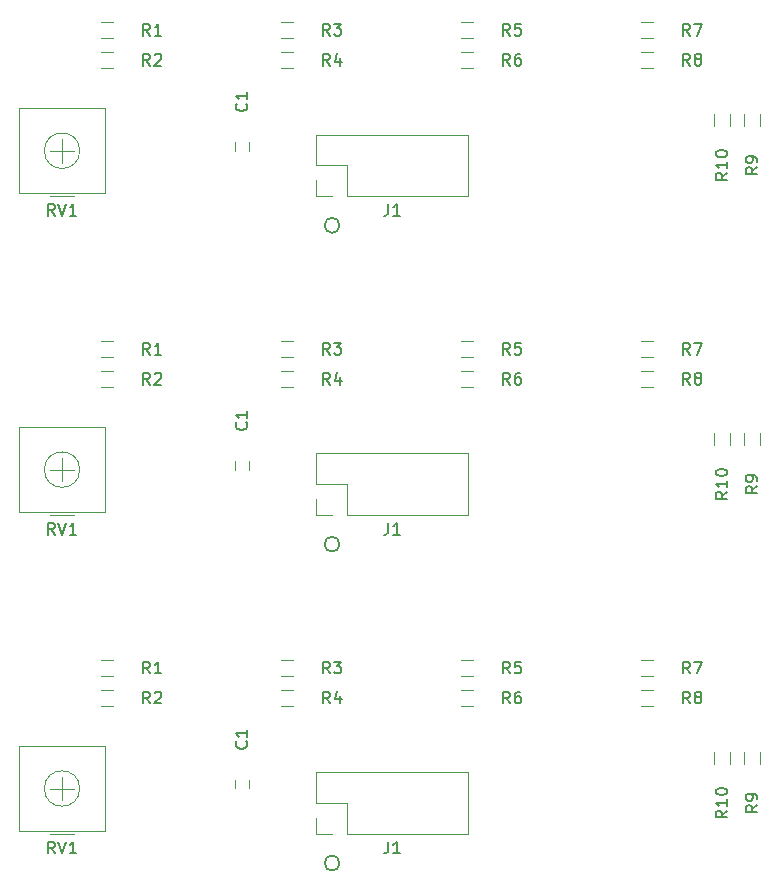
<source format=gbr>
G04 #@! TF.GenerationSoftware,KiCad,Pcbnew,(5.0.2)-1*
G04 #@! TF.CreationDate,2019-08-20T01:58:35+09:00*
G04 #@! TF.ProjectId,robocar-sensorbar-fab,726f626f-6361-4722-9d73-656e736f7262,rev?*
G04 #@! TF.SameCoordinates,Original*
G04 #@! TF.FileFunction,Legend,Top*
G04 #@! TF.FilePolarity,Positive*
%FSLAX46Y46*%
G04 Gerber Fmt 4.6, Leading zero omitted, Abs format (unit mm)*
G04 Created by KiCad (PCBNEW (5.0.2)-1) date 2019/08/20 1:58:35*
%MOMM*%
%LPD*%
G01*
G04 APERTURE LIST*
%ADD10C,0.200000*%
%ADD11C,0.120000*%
%ADD12C,0.150000*%
G04 APERTURE END LIST*
D10*
X143555000Y-136510000D02*
G75*
G03X143555000Y-136510000I-635000J0D01*
G01*
X143555000Y-109510000D02*
G75*
G03X143555000Y-109510000I-635000J0D01*
G01*
X143555000Y-82510000D02*
G75*
G03X143555000Y-82510000I-635000J0D01*
G01*
D11*
G04 #@! TO.C,R9*
X177800000Y-128120000D02*
X177800000Y-127120000D01*
X179160000Y-127120000D02*
X179160000Y-128120000D01*
X177800000Y-101120000D02*
X177800000Y-100120000D01*
X179160000Y-100120000D02*
X179160000Y-101120000D01*
G04 #@! TO.C,RV1*
X121560000Y-130200000D02*
G75*
G03X121560000Y-130200000I-1500000J0D01*
G01*
X123680000Y-133820000D02*
X123680000Y-126580000D01*
X123680000Y-126580000D02*
X116440000Y-126580000D01*
X116440000Y-126580000D02*
X116440000Y-133820000D01*
X116440000Y-133820000D02*
X123680000Y-133820000D01*
X121060000Y-134060000D02*
X119060000Y-134060000D01*
X120060000Y-131200000D02*
X120060000Y-129200000D01*
X121060000Y-130200000D02*
X119060000Y-130200000D01*
X121560000Y-103200000D02*
G75*
G03X121560000Y-103200000I-1500000J0D01*
G01*
X123680000Y-106820000D02*
X123680000Y-99580000D01*
X123680000Y-99580000D02*
X116440000Y-99580000D01*
X116440000Y-99580000D02*
X116440000Y-106820000D01*
X116440000Y-106820000D02*
X123680000Y-106820000D01*
X121060000Y-107060000D02*
X119060000Y-107060000D01*
X120060000Y-104200000D02*
X120060000Y-102200000D01*
X121060000Y-103200000D02*
X119060000Y-103200000D01*
G04 #@! TO.C,R10*
X176620000Y-127120000D02*
X176620000Y-128120000D01*
X175260000Y-128120000D02*
X175260000Y-127120000D01*
X176620000Y-100120000D02*
X176620000Y-101120000D01*
X175260000Y-101120000D02*
X175260000Y-100120000D01*
G04 #@! TO.C,J1*
X154410000Y-134030000D02*
X154410000Y-128830000D01*
X144190000Y-134030000D02*
X154410000Y-134030000D01*
X141590000Y-128830000D02*
X154410000Y-128830000D01*
X144190000Y-134030000D02*
X144190000Y-131430000D01*
X144190000Y-131430000D02*
X141590000Y-131430000D01*
X141590000Y-131430000D02*
X141590000Y-128830000D01*
X142920000Y-134030000D02*
X141590000Y-134030000D01*
X141590000Y-134030000D02*
X141590000Y-132700000D01*
X154410000Y-107030000D02*
X154410000Y-101830000D01*
X144190000Y-107030000D02*
X154410000Y-107030000D01*
X141590000Y-101830000D02*
X154410000Y-101830000D01*
X144190000Y-107030000D02*
X144190000Y-104430000D01*
X144190000Y-104430000D02*
X141590000Y-104430000D01*
X141590000Y-104430000D02*
X141590000Y-101830000D01*
X142920000Y-107030000D02*
X141590000Y-107030000D01*
X141590000Y-107030000D02*
X141590000Y-105700000D01*
G04 #@! TO.C,R7*
X170090000Y-120680000D02*
X169090000Y-120680000D01*
X169090000Y-119320000D02*
X170090000Y-119320000D01*
X170090000Y-93680000D02*
X169090000Y-93680000D01*
X169090000Y-92320000D02*
X170090000Y-92320000D01*
G04 #@! TO.C,R6*
X153850000Y-121860000D02*
X154850000Y-121860000D01*
X154850000Y-123220000D02*
X153850000Y-123220000D01*
X153850000Y-94860000D02*
X154850000Y-94860000D01*
X154850000Y-96220000D02*
X153850000Y-96220000D01*
G04 #@! TO.C,R5*
X154850000Y-120680000D02*
X153850000Y-120680000D01*
X153850000Y-119320000D02*
X154850000Y-119320000D01*
X154850000Y-93680000D02*
X153850000Y-93680000D01*
X153850000Y-92320000D02*
X154850000Y-92320000D01*
G04 #@! TO.C,R4*
X139610000Y-123220000D02*
X138610000Y-123220000D01*
X138610000Y-121860000D02*
X139610000Y-121860000D01*
X139610000Y-96220000D02*
X138610000Y-96220000D01*
X138610000Y-94860000D02*
X139610000Y-94860000D01*
G04 #@! TO.C,R3*
X138610000Y-119320000D02*
X139610000Y-119320000D01*
X139610000Y-120680000D02*
X138610000Y-120680000D01*
X138610000Y-92320000D02*
X139610000Y-92320000D01*
X139610000Y-93680000D02*
X138610000Y-93680000D01*
G04 #@! TO.C,R2*
X124370000Y-123220000D02*
X123370000Y-123220000D01*
X123370000Y-121860000D02*
X124370000Y-121860000D01*
X124370000Y-96220000D02*
X123370000Y-96220000D01*
X123370000Y-94860000D02*
X124370000Y-94860000D01*
G04 #@! TO.C,R1*
X123370000Y-119320000D02*
X124370000Y-119320000D01*
X124370000Y-120680000D02*
X123370000Y-120680000D01*
X123370000Y-92320000D02*
X124370000Y-92320000D01*
X124370000Y-93680000D02*
X123370000Y-93680000D01*
G04 #@! TO.C,C1*
X135900000Y-129495000D02*
X135900000Y-130195000D01*
X134700000Y-130195000D02*
X134700000Y-129495000D01*
X135900000Y-102495000D02*
X135900000Y-103195000D01*
X134700000Y-103195000D02*
X134700000Y-102495000D01*
G04 #@! TO.C,R8*
X169090000Y-121860000D02*
X170090000Y-121860000D01*
X170090000Y-123220000D02*
X169090000Y-123220000D01*
X169090000Y-94860000D02*
X170090000Y-94860000D01*
X170090000Y-96220000D02*
X169090000Y-96220000D01*
G04 #@! TO.C,C1*
X134700000Y-76195000D02*
X134700000Y-75495000D01*
X135900000Y-75495000D02*
X135900000Y-76195000D01*
G04 #@! TO.C,R1*
X124370000Y-66680000D02*
X123370000Y-66680000D01*
X123370000Y-65320000D02*
X124370000Y-65320000D01*
G04 #@! TO.C,R2*
X123370000Y-67860000D02*
X124370000Y-67860000D01*
X124370000Y-69220000D02*
X123370000Y-69220000D01*
G04 #@! TO.C,R3*
X139610000Y-66680000D02*
X138610000Y-66680000D01*
X138610000Y-65320000D02*
X139610000Y-65320000D01*
G04 #@! TO.C,R4*
X138610000Y-67860000D02*
X139610000Y-67860000D01*
X139610000Y-69220000D02*
X138610000Y-69220000D01*
G04 #@! TO.C,R5*
X153850000Y-65320000D02*
X154850000Y-65320000D01*
X154850000Y-66680000D02*
X153850000Y-66680000D01*
G04 #@! TO.C,R6*
X154850000Y-69220000D02*
X153850000Y-69220000D01*
X153850000Y-67860000D02*
X154850000Y-67860000D01*
G04 #@! TO.C,R7*
X169090000Y-65320000D02*
X170090000Y-65320000D01*
X170090000Y-66680000D02*
X169090000Y-66680000D01*
G04 #@! TO.C,R8*
X170090000Y-69220000D02*
X169090000Y-69220000D01*
X169090000Y-67860000D02*
X170090000Y-67860000D01*
G04 #@! TO.C,R9*
X179160000Y-73120000D02*
X179160000Y-74120000D01*
X177800000Y-74120000D02*
X177800000Y-73120000D01*
G04 #@! TO.C,R10*
X175260000Y-74120000D02*
X175260000Y-73120000D01*
X176620000Y-73120000D02*
X176620000Y-74120000D01*
G04 #@! TO.C,J1*
X141590000Y-80030000D02*
X141590000Y-78700000D01*
X142920000Y-80030000D02*
X141590000Y-80030000D01*
X141590000Y-77430000D02*
X141590000Y-74830000D01*
X144190000Y-77430000D02*
X141590000Y-77430000D01*
X144190000Y-80030000D02*
X144190000Y-77430000D01*
X141590000Y-74830000D02*
X154410000Y-74830000D01*
X144190000Y-80030000D02*
X154410000Y-80030000D01*
X154410000Y-80030000D02*
X154410000Y-74830000D01*
G04 #@! TO.C,RV1*
X121060000Y-76200000D02*
X119060000Y-76200000D01*
X120060000Y-77200000D02*
X120060000Y-75200000D01*
X121060000Y-80060000D02*
X119060000Y-80060000D01*
X116440000Y-79820000D02*
X123680000Y-79820000D01*
X116440000Y-72580000D02*
X116440000Y-79820000D01*
X123680000Y-72580000D02*
X116440000Y-72580000D01*
X123680000Y-79820000D02*
X123680000Y-72580000D01*
X121560000Y-76200000D02*
G75*
G03X121560000Y-76200000I-1500000J0D01*
G01*
G04 #@! TO.C,R9*
D12*
X178932380Y-131596666D02*
X178456190Y-131930000D01*
X178932380Y-132168095D02*
X177932380Y-132168095D01*
X177932380Y-131787142D01*
X177980000Y-131691904D01*
X178027619Y-131644285D01*
X178122857Y-131596666D01*
X178265714Y-131596666D01*
X178360952Y-131644285D01*
X178408571Y-131691904D01*
X178456190Y-131787142D01*
X178456190Y-132168095D01*
X178932380Y-131120476D02*
X178932380Y-130930000D01*
X178884761Y-130834761D01*
X178837142Y-130787142D01*
X178694285Y-130691904D01*
X178503809Y-130644285D01*
X178122857Y-130644285D01*
X178027619Y-130691904D01*
X177980000Y-130739523D01*
X177932380Y-130834761D01*
X177932380Y-131025238D01*
X177980000Y-131120476D01*
X178027619Y-131168095D01*
X178122857Y-131215714D01*
X178360952Y-131215714D01*
X178456190Y-131168095D01*
X178503809Y-131120476D01*
X178551428Y-131025238D01*
X178551428Y-130834761D01*
X178503809Y-130739523D01*
X178456190Y-130691904D01*
X178360952Y-130644285D01*
X178932380Y-104596666D02*
X178456190Y-104930000D01*
X178932380Y-105168095D02*
X177932380Y-105168095D01*
X177932380Y-104787142D01*
X177980000Y-104691904D01*
X178027619Y-104644285D01*
X178122857Y-104596666D01*
X178265714Y-104596666D01*
X178360952Y-104644285D01*
X178408571Y-104691904D01*
X178456190Y-104787142D01*
X178456190Y-105168095D01*
X178932380Y-104120476D02*
X178932380Y-103930000D01*
X178884761Y-103834761D01*
X178837142Y-103787142D01*
X178694285Y-103691904D01*
X178503809Y-103644285D01*
X178122857Y-103644285D01*
X178027619Y-103691904D01*
X177980000Y-103739523D01*
X177932380Y-103834761D01*
X177932380Y-104025238D01*
X177980000Y-104120476D01*
X178027619Y-104168095D01*
X178122857Y-104215714D01*
X178360952Y-104215714D01*
X178456190Y-104168095D01*
X178503809Y-104120476D01*
X178551428Y-104025238D01*
X178551428Y-103834761D01*
X178503809Y-103739523D01*
X178456190Y-103691904D01*
X178360952Y-103644285D01*
G04 #@! TO.C,RV1*
X119464761Y-135692380D02*
X119131428Y-135216190D01*
X118893333Y-135692380D02*
X118893333Y-134692380D01*
X119274285Y-134692380D01*
X119369523Y-134740000D01*
X119417142Y-134787619D01*
X119464761Y-134882857D01*
X119464761Y-135025714D01*
X119417142Y-135120952D01*
X119369523Y-135168571D01*
X119274285Y-135216190D01*
X118893333Y-135216190D01*
X119750476Y-134692380D02*
X120083809Y-135692380D01*
X120417142Y-134692380D01*
X121274285Y-135692380D02*
X120702857Y-135692380D01*
X120988571Y-135692380D02*
X120988571Y-134692380D01*
X120893333Y-134835238D01*
X120798095Y-134930476D01*
X120702857Y-134978095D01*
X119464761Y-108692380D02*
X119131428Y-108216190D01*
X118893333Y-108692380D02*
X118893333Y-107692380D01*
X119274285Y-107692380D01*
X119369523Y-107740000D01*
X119417142Y-107787619D01*
X119464761Y-107882857D01*
X119464761Y-108025714D01*
X119417142Y-108120952D01*
X119369523Y-108168571D01*
X119274285Y-108216190D01*
X118893333Y-108216190D01*
X119750476Y-107692380D02*
X120083809Y-108692380D01*
X120417142Y-107692380D01*
X121274285Y-108692380D02*
X120702857Y-108692380D01*
X120988571Y-108692380D02*
X120988571Y-107692380D01*
X120893333Y-107835238D01*
X120798095Y-107930476D01*
X120702857Y-107978095D01*
G04 #@! TO.C,R10*
X176392380Y-132072857D02*
X175916190Y-132406190D01*
X176392380Y-132644285D02*
X175392380Y-132644285D01*
X175392380Y-132263333D01*
X175440000Y-132168095D01*
X175487619Y-132120476D01*
X175582857Y-132072857D01*
X175725714Y-132072857D01*
X175820952Y-132120476D01*
X175868571Y-132168095D01*
X175916190Y-132263333D01*
X175916190Y-132644285D01*
X176392380Y-131120476D02*
X176392380Y-131691904D01*
X176392380Y-131406190D02*
X175392380Y-131406190D01*
X175535238Y-131501428D01*
X175630476Y-131596666D01*
X175678095Y-131691904D01*
X175392380Y-130501428D02*
X175392380Y-130406190D01*
X175440000Y-130310952D01*
X175487619Y-130263333D01*
X175582857Y-130215714D01*
X175773333Y-130168095D01*
X176011428Y-130168095D01*
X176201904Y-130215714D01*
X176297142Y-130263333D01*
X176344761Y-130310952D01*
X176392380Y-130406190D01*
X176392380Y-130501428D01*
X176344761Y-130596666D01*
X176297142Y-130644285D01*
X176201904Y-130691904D01*
X176011428Y-130739523D01*
X175773333Y-130739523D01*
X175582857Y-130691904D01*
X175487619Y-130644285D01*
X175440000Y-130596666D01*
X175392380Y-130501428D01*
X176392380Y-105072857D02*
X175916190Y-105406190D01*
X176392380Y-105644285D02*
X175392380Y-105644285D01*
X175392380Y-105263333D01*
X175440000Y-105168095D01*
X175487619Y-105120476D01*
X175582857Y-105072857D01*
X175725714Y-105072857D01*
X175820952Y-105120476D01*
X175868571Y-105168095D01*
X175916190Y-105263333D01*
X175916190Y-105644285D01*
X176392380Y-104120476D02*
X176392380Y-104691904D01*
X176392380Y-104406190D02*
X175392380Y-104406190D01*
X175535238Y-104501428D01*
X175630476Y-104596666D01*
X175678095Y-104691904D01*
X175392380Y-103501428D02*
X175392380Y-103406190D01*
X175440000Y-103310952D01*
X175487619Y-103263333D01*
X175582857Y-103215714D01*
X175773333Y-103168095D01*
X176011428Y-103168095D01*
X176201904Y-103215714D01*
X176297142Y-103263333D01*
X176344761Y-103310952D01*
X176392380Y-103406190D01*
X176392380Y-103501428D01*
X176344761Y-103596666D01*
X176297142Y-103644285D01*
X176201904Y-103691904D01*
X176011428Y-103739523D01*
X175773333Y-103739523D01*
X175582857Y-103691904D01*
X175487619Y-103644285D01*
X175440000Y-103596666D01*
X175392380Y-103501428D01*
G04 #@! TO.C,J1*
X147666666Y-134692380D02*
X147666666Y-135406666D01*
X147619047Y-135549523D01*
X147523809Y-135644761D01*
X147380952Y-135692380D01*
X147285714Y-135692380D01*
X148666666Y-135692380D02*
X148095238Y-135692380D01*
X148380952Y-135692380D02*
X148380952Y-134692380D01*
X148285714Y-134835238D01*
X148190476Y-134930476D01*
X148095238Y-134978095D01*
X147666666Y-107692380D02*
X147666666Y-108406666D01*
X147619047Y-108549523D01*
X147523809Y-108644761D01*
X147380952Y-108692380D01*
X147285714Y-108692380D01*
X148666666Y-108692380D02*
X148095238Y-108692380D01*
X148380952Y-108692380D02*
X148380952Y-107692380D01*
X148285714Y-107835238D01*
X148190476Y-107930476D01*
X148095238Y-107978095D01*
G04 #@! TO.C,R7*
X173233333Y-120452380D02*
X172900000Y-119976190D01*
X172661904Y-120452380D02*
X172661904Y-119452380D01*
X173042857Y-119452380D01*
X173138095Y-119500000D01*
X173185714Y-119547619D01*
X173233333Y-119642857D01*
X173233333Y-119785714D01*
X173185714Y-119880952D01*
X173138095Y-119928571D01*
X173042857Y-119976190D01*
X172661904Y-119976190D01*
X173566666Y-119452380D02*
X174233333Y-119452380D01*
X173804761Y-120452380D01*
X173233333Y-93452380D02*
X172900000Y-92976190D01*
X172661904Y-93452380D02*
X172661904Y-92452380D01*
X173042857Y-92452380D01*
X173138095Y-92500000D01*
X173185714Y-92547619D01*
X173233333Y-92642857D01*
X173233333Y-92785714D01*
X173185714Y-92880952D01*
X173138095Y-92928571D01*
X173042857Y-92976190D01*
X172661904Y-92976190D01*
X173566666Y-92452380D02*
X174233333Y-92452380D01*
X173804761Y-93452380D01*
G04 #@! TO.C,R6*
X157993333Y-122992380D02*
X157660000Y-122516190D01*
X157421904Y-122992380D02*
X157421904Y-121992380D01*
X157802857Y-121992380D01*
X157898095Y-122040000D01*
X157945714Y-122087619D01*
X157993333Y-122182857D01*
X157993333Y-122325714D01*
X157945714Y-122420952D01*
X157898095Y-122468571D01*
X157802857Y-122516190D01*
X157421904Y-122516190D01*
X158850476Y-121992380D02*
X158660000Y-121992380D01*
X158564761Y-122040000D01*
X158517142Y-122087619D01*
X158421904Y-122230476D01*
X158374285Y-122420952D01*
X158374285Y-122801904D01*
X158421904Y-122897142D01*
X158469523Y-122944761D01*
X158564761Y-122992380D01*
X158755238Y-122992380D01*
X158850476Y-122944761D01*
X158898095Y-122897142D01*
X158945714Y-122801904D01*
X158945714Y-122563809D01*
X158898095Y-122468571D01*
X158850476Y-122420952D01*
X158755238Y-122373333D01*
X158564761Y-122373333D01*
X158469523Y-122420952D01*
X158421904Y-122468571D01*
X158374285Y-122563809D01*
X157993333Y-95992380D02*
X157660000Y-95516190D01*
X157421904Y-95992380D02*
X157421904Y-94992380D01*
X157802857Y-94992380D01*
X157898095Y-95040000D01*
X157945714Y-95087619D01*
X157993333Y-95182857D01*
X157993333Y-95325714D01*
X157945714Y-95420952D01*
X157898095Y-95468571D01*
X157802857Y-95516190D01*
X157421904Y-95516190D01*
X158850476Y-94992380D02*
X158660000Y-94992380D01*
X158564761Y-95040000D01*
X158517142Y-95087619D01*
X158421904Y-95230476D01*
X158374285Y-95420952D01*
X158374285Y-95801904D01*
X158421904Y-95897142D01*
X158469523Y-95944761D01*
X158564761Y-95992380D01*
X158755238Y-95992380D01*
X158850476Y-95944761D01*
X158898095Y-95897142D01*
X158945714Y-95801904D01*
X158945714Y-95563809D01*
X158898095Y-95468571D01*
X158850476Y-95420952D01*
X158755238Y-95373333D01*
X158564761Y-95373333D01*
X158469523Y-95420952D01*
X158421904Y-95468571D01*
X158374285Y-95563809D01*
G04 #@! TO.C,R5*
X157993333Y-120452380D02*
X157660000Y-119976190D01*
X157421904Y-120452380D02*
X157421904Y-119452380D01*
X157802857Y-119452380D01*
X157898095Y-119500000D01*
X157945714Y-119547619D01*
X157993333Y-119642857D01*
X157993333Y-119785714D01*
X157945714Y-119880952D01*
X157898095Y-119928571D01*
X157802857Y-119976190D01*
X157421904Y-119976190D01*
X158898095Y-119452380D02*
X158421904Y-119452380D01*
X158374285Y-119928571D01*
X158421904Y-119880952D01*
X158517142Y-119833333D01*
X158755238Y-119833333D01*
X158850476Y-119880952D01*
X158898095Y-119928571D01*
X158945714Y-120023809D01*
X158945714Y-120261904D01*
X158898095Y-120357142D01*
X158850476Y-120404761D01*
X158755238Y-120452380D01*
X158517142Y-120452380D01*
X158421904Y-120404761D01*
X158374285Y-120357142D01*
X157993333Y-93452380D02*
X157660000Y-92976190D01*
X157421904Y-93452380D02*
X157421904Y-92452380D01*
X157802857Y-92452380D01*
X157898095Y-92500000D01*
X157945714Y-92547619D01*
X157993333Y-92642857D01*
X157993333Y-92785714D01*
X157945714Y-92880952D01*
X157898095Y-92928571D01*
X157802857Y-92976190D01*
X157421904Y-92976190D01*
X158898095Y-92452380D02*
X158421904Y-92452380D01*
X158374285Y-92928571D01*
X158421904Y-92880952D01*
X158517142Y-92833333D01*
X158755238Y-92833333D01*
X158850476Y-92880952D01*
X158898095Y-92928571D01*
X158945714Y-93023809D01*
X158945714Y-93261904D01*
X158898095Y-93357142D01*
X158850476Y-93404761D01*
X158755238Y-93452380D01*
X158517142Y-93452380D01*
X158421904Y-93404761D01*
X158374285Y-93357142D01*
G04 #@! TO.C,R4*
X142753333Y-122992380D02*
X142420000Y-122516190D01*
X142181904Y-122992380D02*
X142181904Y-121992380D01*
X142562857Y-121992380D01*
X142658095Y-122040000D01*
X142705714Y-122087619D01*
X142753333Y-122182857D01*
X142753333Y-122325714D01*
X142705714Y-122420952D01*
X142658095Y-122468571D01*
X142562857Y-122516190D01*
X142181904Y-122516190D01*
X143610476Y-122325714D02*
X143610476Y-122992380D01*
X143372380Y-121944761D02*
X143134285Y-122659047D01*
X143753333Y-122659047D01*
X142753333Y-95992380D02*
X142420000Y-95516190D01*
X142181904Y-95992380D02*
X142181904Y-94992380D01*
X142562857Y-94992380D01*
X142658095Y-95040000D01*
X142705714Y-95087619D01*
X142753333Y-95182857D01*
X142753333Y-95325714D01*
X142705714Y-95420952D01*
X142658095Y-95468571D01*
X142562857Y-95516190D01*
X142181904Y-95516190D01*
X143610476Y-95325714D02*
X143610476Y-95992380D01*
X143372380Y-94944761D02*
X143134285Y-95659047D01*
X143753333Y-95659047D01*
G04 #@! TO.C,R3*
X142753333Y-120452380D02*
X142420000Y-119976190D01*
X142181904Y-120452380D02*
X142181904Y-119452380D01*
X142562857Y-119452380D01*
X142658095Y-119500000D01*
X142705714Y-119547619D01*
X142753333Y-119642857D01*
X142753333Y-119785714D01*
X142705714Y-119880952D01*
X142658095Y-119928571D01*
X142562857Y-119976190D01*
X142181904Y-119976190D01*
X143086666Y-119452380D02*
X143705714Y-119452380D01*
X143372380Y-119833333D01*
X143515238Y-119833333D01*
X143610476Y-119880952D01*
X143658095Y-119928571D01*
X143705714Y-120023809D01*
X143705714Y-120261904D01*
X143658095Y-120357142D01*
X143610476Y-120404761D01*
X143515238Y-120452380D01*
X143229523Y-120452380D01*
X143134285Y-120404761D01*
X143086666Y-120357142D01*
X142753333Y-93452380D02*
X142420000Y-92976190D01*
X142181904Y-93452380D02*
X142181904Y-92452380D01*
X142562857Y-92452380D01*
X142658095Y-92500000D01*
X142705714Y-92547619D01*
X142753333Y-92642857D01*
X142753333Y-92785714D01*
X142705714Y-92880952D01*
X142658095Y-92928571D01*
X142562857Y-92976190D01*
X142181904Y-92976190D01*
X143086666Y-92452380D02*
X143705714Y-92452380D01*
X143372380Y-92833333D01*
X143515238Y-92833333D01*
X143610476Y-92880952D01*
X143658095Y-92928571D01*
X143705714Y-93023809D01*
X143705714Y-93261904D01*
X143658095Y-93357142D01*
X143610476Y-93404761D01*
X143515238Y-93452380D01*
X143229523Y-93452380D01*
X143134285Y-93404761D01*
X143086666Y-93357142D01*
G04 #@! TO.C,R2*
X127513333Y-122992380D02*
X127180000Y-122516190D01*
X126941904Y-122992380D02*
X126941904Y-121992380D01*
X127322857Y-121992380D01*
X127418095Y-122040000D01*
X127465714Y-122087619D01*
X127513333Y-122182857D01*
X127513333Y-122325714D01*
X127465714Y-122420952D01*
X127418095Y-122468571D01*
X127322857Y-122516190D01*
X126941904Y-122516190D01*
X127894285Y-122087619D02*
X127941904Y-122040000D01*
X128037142Y-121992380D01*
X128275238Y-121992380D01*
X128370476Y-122040000D01*
X128418095Y-122087619D01*
X128465714Y-122182857D01*
X128465714Y-122278095D01*
X128418095Y-122420952D01*
X127846666Y-122992380D01*
X128465714Y-122992380D01*
X127513333Y-95992380D02*
X127180000Y-95516190D01*
X126941904Y-95992380D02*
X126941904Y-94992380D01*
X127322857Y-94992380D01*
X127418095Y-95040000D01*
X127465714Y-95087619D01*
X127513333Y-95182857D01*
X127513333Y-95325714D01*
X127465714Y-95420952D01*
X127418095Y-95468571D01*
X127322857Y-95516190D01*
X126941904Y-95516190D01*
X127894285Y-95087619D02*
X127941904Y-95040000D01*
X128037142Y-94992380D01*
X128275238Y-94992380D01*
X128370476Y-95040000D01*
X128418095Y-95087619D01*
X128465714Y-95182857D01*
X128465714Y-95278095D01*
X128418095Y-95420952D01*
X127846666Y-95992380D01*
X128465714Y-95992380D01*
G04 #@! TO.C,R1*
X127513333Y-120452380D02*
X127180000Y-119976190D01*
X126941904Y-120452380D02*
X126941904Y-119452380D01*
X127322857Y-119452380D01*
X127418095Y-119500000D01*
X127465714Y-119547619D01*
X127513333Y-119642857D01*
X127513333Y-119785714D01*
X127465714Y-119880952D01*
X127418095Y-119928571D01*
X127322857Y-119976190D01*
X126941904Y-119976190D01*
X128465714Y-120452380D02*
X127894285Y-120452380D01*
X128180000Y-120452380D02*
X128180000Y-119452380D01*
X128084761Y-119595238D01*
X127989523Y-119690476D01*
X127894285Y-119738095D01*
X127513333Y-93452380D02*
X127180000Y-92976190D01*
X126941904Y-93452380D02*
X126941904Y-92452380D01*
X127322857Y-92452380D01*
X127418095Y-92500000D01*
X127465714Y-92547619D01*
X127513333Y-92642857D01*
X127513333Y-92785714D01*
X127465714Y-92880952D01*
X127418095Y-92928571D01*
X127322857Y-92976190D01*
X126941904Y-92976190D01*
X128465714Y-93452380D02*
X127894285Y-93452380D01*
X128180000Y-93452380D02*
X128180000Y-92452380D01*
X128084761Y-92595238D01*
X127989523Y-92690476D01*
X127894285Y-92738095D01*
G04 #@! TO.C,C1*
X135657142Y-126201666D02*
X135704761Y-126249285D01*
X135752380Y-126392142D01*
X135752380Y-126487380D01*
X135704761Y-126630238D01*
X135609523Y-126725476D01*
X135514285Y-126773095D01*
X135323809Y-126820714D01*
X135180952Y-126820714D01*
X134990476Y-126773095D01*
X134895238Y-126725476D01*
X134800000Y-126630238D01*
X134752380Y-126487380D01*
X134752380Y-126392142D01*
X134800000Y-126249285D01*
X134847619Y-126201666D01*
X135752380Y-125249285D02*
X135752380Y-125820714D01*
X135752380Y-125535000D02*
X134752380Y-125535000D01*
X134895238Y-125630238D01*
X134990476Y-125725476D01*
X135038095Y-125820714D01*
X135657142Y-99201666D02*
X135704761Y-99249285D01*
X135752380Y-99392142D01*
X135752380Y-99487380D01*
X135704761Y-99630238D01*
X135609523Y-99725476D01*
X135514285Y-99773095D01*
X135323809Y-99820714D01*
X135180952Y-99820714D01*
X134990476Y-99773095D01*
X134895238Y-99725476D01*
X134800000Y-99630238D01*
X134752380Y-99487380D01*
X134752380Y-99392142D01*
X134800000Y-99249285D01*
X134847619Y-99201666D01*
X135752380Y-98249285D02*
X135752380Y-98820714D01*
X135752380Y-98535000D02*
X134752380Y-98535000D01*
X134895238Y-98630238D01*
X134990476Y-98725476D01*
X135038095Y-98820714D01*
G04 #@! TO.C,R8*
X173233333Y-122992380D02*
X172900000Y-122516190D01*
X172661904Y-122992380D02*
X172661904Y-121992380D01*
X173042857Y-121992380D01*
X173138095Y-122040000D01*
X173185714Y-122087619D01*
X173233333Y-122182857D01*
X173233333Y-122325714D01*
X173185714Y-122420952D01*
X173138095Y-122468571D01*
X173042857Y-122516190D01*
X172661904Y-122516190D01*
X173804761Y-122420952D02*
X173709523Y-122373333D01*
X173661904Y-122325714D01*
X173614285Y-122230476D01*
X173614285Y-122182857D01*
X173661904Y-122087619D01*
X173709523Y-122040000D01*
X173804761Y-121992380D01*
X173995238Y-121992380D01*
X174090476Y-122040000D01*
X174138095Y-122087619D01*
X174185714Y-122182857D01*
X174185714Y-122230476D01*
X174138095Y-122325714D01*
X174090476Y-122373333D01*
X173995238Y-122420952D01*
X173804761Y-122420952D01*
X173709523Y-122468571D01*
X173661904Y-122516190D01*
X173614285Y-122611428D01*
X173614285Y-122801904D01*
X173661904Y-122897142D01*
X173709523Y-122944761D01*
X173804761Y-122992380D01*
X173995238Y-122992380D01*
X174090476Y-122944761D01*
X174138095Y-122897142D01*
X174185714Y-122801904D01*
X174185714Y-122611428D01*
X174138095Y-122516190D01*
X174090476Y-122468571D01*
X173995238Y-122420952D01*
X173233333Y-95992380D02*
X172900000Y-95516190D01*
X172661904Y-95992380D02*
X172661904Y-94992380D01*
X173042857Y-94992380D01*
X173138095Y-95040000D01*
X173185714Y-95087619D01*
X173233333Y-95182857D01*
X173233333Y-95325714D01*
X173185714Y-95420952D01*
X173138095Y-95468571D01*
X173042857Y-95516190D01*
X172661904Y-95516190D01*
X173804761Y-95420952D02*
X173709523Y-95373333D01*
X173661904Y-95325714D01*
X173614285Y-95230476D01*
X173614285Y-95182857D01*
X173661904Y-95087619D01*
X173709523Y-95040000D01*
X173804761Y-94992380D01*
X173995238Y-94992380D01*
X174090476Y-95040000D01*
X174138095Y-95087619D01*
X174185714Y-95182857D01*
X174185714Y-95230476D01*
X174138095Y-95325714D01*
X174090476Y-95373333D01*
X173995238Y-95420952D01*
X173804761Y-95420952D01*
X173709523Y-95468571D01*
X173661904Y-95516190D01*
X173614285Y-95611428D01*
X173614285Y-95801904D01*
X173661904Y-95897142D01*
X173709523Y-95944761D01*
X173804761Y-95992380D01*
X173995238Y-95992380D01*
X174090476Y-95944761D01*
X174138095Y-95897142D01*
X174185714Y-95801904D01*
X174185714Y-95611428D01*
X174138095Y-95516190D01*
X174090476Y-95468571D01*
X173995238Y-95420952D01*
G04 #@! TO.C,C1*
X135657142Y-72201666D02*
X135704761Y-72249285D01*
X135752380Y-72392142D01*
X135752380Y-72487380D01*
X135704761Y-72630238D01*
X135609523Y-72725476D01*
X135514285Y-72773095D01*
X135323809Y-72820714D01*
X135180952Y-72820714D01*
X134990476Y-72773095D01*
X134895238Y-72725476D01*
X134800000Y-72630238D01*
X134752380Y-72487380D01*
X134752380Y-72392142D01*
X134800000Y-72249285D01*
X134847619Y-72201666D01*
X135752380Y-71249285D02*
X135752380Y-71820714D01*
X135752380Y-71535000D02*
X134752380Y-71535000D01*
X134895238Y-71630238D01*
X134990476Y-71725476D01*
X135038095Y-71820714D01*
G04 #@! TO.C,R1*
X127513333Y-66452380D02*
X127180000Y-65976190D01*
X126941904Y-66452380D02*
X126941904Y-65452380D01*
X127322857Y-65452380D01*
X127418095Y-65500000D01*
X127465714Y-65547619D01*
X127513333Y-65642857D01*
X127513333Y-65785714D01*
X127465714Y-65880952D01*
X127418095Y-65928571D01*
X127322857Y-65976190D01*
X126941904Y-65976190D01*
X128465714Y-66452380D02*
X127894285Y-66452380D01*
X128180000Y-66452380D02*
X128180000Y-65452380D01*
X128084761Y-65595238D01*
X127989523Y-65690476D01*
X127894285Y-65738095D01*
G04 #@! TO.C,R2*
X127513333Y-68992380D02*
X127180000Y-68516190D01*
X126941904Y-68992380D02*
X126941904Y-67992380D01*
X127322857Y-67992380D01*
X127418095Y-68040000D01*
X127465714Y-68087619D01*
X127513333Y-68182857D01*
X127513333Y-68325714D01*
X127465714Y-68420952D01*
X127418095Y-68468571D01*
X127322857Y-68516190D01*
X126941904Y-68516190D01*
X127894285Y-68087619D02*
X127941904Y-68040000D01*
X128037142Y-67992380D01*
X128275238Y-67992380D01*
X128370476Y-68040000D01*
X128418095Y-68087619D01*
X128465714Y-68182857D01*
X128465714Y-68278095D01*
X128418095Y-68420952D01*
X127846666Y-68992380D01*
X128465714Y-68992380D01*
G04 #@! TO.C,R3*
X142753333Y-66452380D02*
X142420000Y-65976190D01*
X142181904Y-66452380D02*
X142181904Y-65452380D01*
X142562857Y-65452380D01*
X142658095Y-65500000D01*
X142705714Y-65547619D01*
X142753333Y-65642857D01*
X142753333Y-65785714D01*
X142705714Y-65880952D01*
X142658095Y-65928571D01*
X142562857Y-65976190D01*
X142181904Y-65976190D01*
X143086666Y-65452380D02*
X143705714Y-65452380D01*
X143372380Y-65833333D01*
X143515238Y-65833333D01*
X143610476Y-65880952D01*
X143658095Y-65928571D01*
X143705714Y-66023809D01*
X143705714Y-66261904D01*
X143658095Y-66357142D01*
X143610476Y-66404761D01*
X143515238Y-66452380D01*
X143229523Y-66452380D01*
X143134285Y-66404761D01*
X143086666Y-66357142D01*
G04 #@! TO.C,R4*
X142753333Y-68992380D02*
X142420000Y-68516190D01*
X142181904Y-68992380D02*
X142181904Y-67992380D01*
X142562857Y-67992380D01*
X142658095Y-68040000D01*
X142705714Y-68087619D01*
X142753333Y-68182857D01*
X142753333Y-68325714D01*
X142705714Y-68420952D01*
X142658095Y-68468571D01*
X142562857Y-68516190D01*
X142181904Y-68516190D01*
X143610476Y-68325714D02*
X143610476Y-68992380D01*
X143372380Y-67944761D02*
X143134285Y-68659047D01*
X143753333Y-68659047D01*
G04 #@! TO.C,R5*
X157993333Y-66452380D02*
X157660000Y-65976190D01*
X157421904Y-66452380D02*
X157421904Y-65452380D01*
X157802857Y-65452380D01*
X157898095Y-65500000D01*
X157945714Y-65547619D01*
X157993333Y-65642857D01*
X157993333Y-65785714D01*
X157945714Y-65880952D01*
X157898095Y-65928571D01*
X157802857Y-65976190D01*
X157421904Y-65976190D01*
X158898095Y-65452380D02*
X158421904Y-65452380D01*
X158374285Y-65928571D01*
X158421904Y-65880952D01*
X158517142Y-65833333D01*
X158755238Y-65833333D01*
X158850476Y-65880952D01*
X158898095Y-65928571D01*
X158945714Y-66023809D01*
X158945714Y-66261904D01*
X158898095Y-66357142D01*
X158850476Y-66404761D01*
X158755238Y-66452380D01*
X158517142Y-66452380D01*
X158421904Y-66404761D01*
X158374285Y-66357142D01*
G04 #@! TO.C,R6*
X157993333Y-68992380D02*
X157660000Y-68516190D01*
X157421904Y-68992380D02*
X157421904Y-67992380D01*
X157802857Y-67992380D01*
X157898095Y-68040000D01*
X157945714Y-68087619D01*
X157993333Y-68182857D01*
X157993333Y-68325714D01*
X157945714Y-68420952D01*
X157898095Y-68468571D01*
X157802857Y-68516190D01*
X157421904Y-68516190D01*
X158850476Y-67992380D02*
X158660000Y-67992380D01*
X158564761Y-68040000D01*
X158517142Y-68087619D01*
X158421904Y-68230476D01*
X158374285Y-68420952D01*
X158374285Y-68801904D01*
X158421904Y-68897142D01*
X158469523Y-68944761D01*
X158564761Y-68992380D01*
X158755238Y-68992380D01*
X158850476Y-68944761D01*
X158898095Y-68897142D01*
X158945714Y-68801904D01*
X158945714Y-68563809D01*
X158898095Y-68468571D01*
X158850476Y-68420952D01*
X158755238Y-68373333D01*
X158564761Y-68373333D01*
X158469523Y-68420952D01*
X158421904Y-68468571D01*
X158374285Y-68563809D01*
G04 #@! TO.C,R7*
X173233333Y-66452380D02*
X172900000Y-65976190D01*
X172661904Y-66452380D02*
X172661904Y-65452380D01*
X173042857Y-65452380D01*
X173138095Y-65500000D01*
X173185714Y-65547619D01*
X173233333Y-65642857D01*
X173233333Y-65785714D01*
X173185714Y-65880952D01*
X173138095Y-65928571D01*
X173042857Y-65976190D01*
X172661904Y-65976190D01*
X173566666Y-65452380D02*
X174233333Y-65452380D01*
X173804761Y-66452380D01*
G04 #@! TO.C,R8*
X173233333Y-68992380D02*
X172900000Y-68516190D01*
X172661904Y-68992380D02*
X172661904Y-67992380D01*
X173042857Y-67992380D01*
X173138095Y-68040000D01*
X173185714Y-68087619D01*
X173233333Y-68182857D01*
X173233333Y-68325714D01*
X173185714Y-68420952D01*
X173138095Y-68468571D01*
X173042857Y-68516190D01*
X172661904Y-68516190D01*
X173804761Y-68420952D02*
X173709523Y-68373333D01*
X173661904Y-68325714D01*
X173614285Y-68230476D01*
X173614285Y-68182857D01*
X173661904Y-68087619D01*
X173709523Y-68040000D01*
X173804761Y-67992380D01*
X173995238Y-67992380D01*
X174090476Y-68040000D01*
X174138095Y-68087619D01*
X174185714Y-68182857D01*
X174185714Y-68230476D01*
X174138095Y-68325714D01*
X174090476Y-68373333D01*
X173995238Y-68420952D01*
X173804761Y-68420952D01*
X173709523Y-68468571D01*
X173661904Y-68516190D01*
X173614285Y-68611428D01*
X173614285Y-68801904D01*
X173661904Y-68897142D01*
X173709523Y-68944761D01*
X173804761Y-68992380D01*
X173995238Y-68992380D01*
X174090476Y-68944761D01*
X174138095Y-68897142D01*
X174185714Y-68801904D01*
X174185714Y-68611428D01*
X174138095Y-68516190D01*
X174090476Y-68468571D01*
X173995238Y-68420952D01*
G04 #@! TO.C,R9*
X178932380Y-77596666D02*
X178456190Y-77930000D01*
X178932380Y-78168095D02*
X177932380Y-78168095D01*
X177932380Y-77787142D01*
X177980000Y-77691904D01*
X178027619Y-77644285D01*
X178122857Y-77596666D01*
X178265714Y-77596666D01*
X178360952Y-77644285D01*
X178408571Y-77691904D01*
X178456190Y-77787142D01*
X178456190Y-78168095D01*
X178932380Y-77120476D02*
X178932380Y-76930000D01*
X178884761Y-76834761D01*
X178837142Y-76787142D01*
X178694285Y-76691904D01*
X178503809Y-76644285D01*
X178122857Y-76644285D01*
X178027619Y-76691904D01*
X177980000Y-76739523D01*
X177932380Y-76834761D01*
X177932380Y-77025238D01*
X177980000Y-77120476D01*
X178027619Y-77168095D01*
X178122857Y-77215714D01*
X178360952Y-77215714D01*
X178456190Y-77168095D01*
X178503809Y-77120476D01*
X178551428Y-77025238D01*
X178551428Y-76834761D01*
X178503809Y-76739523D01*
X178456190Y-76691904D01*
X178360952Y-76644285D01*
G04 #@! TO.C,R10*
X176392380Y-78072857D02*
X175916190Y-78406190D01*
X176392380Y-78644285D02*
X175392380Y-78644285D01*
X175392380Y-78263333D01*
X175440000Y-78168095D01*
X175487619Y-78120476D01*
X175582857Y-78072857D01*
X175725714Y-78072857D01*
X175820952Y-78120476D01*
X175868571Y-78168095D01*
X175916190Y-78263333D01*
X175916190Y-78644285D01*
X176392380Y-77120476D02*
X176392380Y-77691904D01*
X176392380Y-77406190D02*
X175392380Y-77406190D01*
X175535238Y-77501428D01*
X175630476Y-77596666D01*
X175678095Y-77691904D01*
X175392380Y-76501428D02*
X175392380Y-76406190D01*
X175440000Y-76310952D01*
X175487619Y-76263333D01*
X175582857Y-76215714D01*
X175773333Y-76168095D01*
X176011428Y-76168095D01*
X176201904Y-76215714D01*
X176297142Y-76263333D01*
X176344761Y-76310952D01*
X176392380Y-76406190D01*
X176392380Y-76501428D01*
X176344761Y-76596666D01*
X176297142Y-76644285D01*
X176201904Y-76691904D01*
X176011428Y-76739523D01*
X175773333Y-76739523D01*
X175582857Y-76691904D01*
X175487619Y-76644285D01*
X175440000Y-76596666D01*
X175392380Y-76501428D01*
G04 #@! TO.C,J1*
X147666666Y-80692380D02*
X147666666Y-81406666D01*
X147619047Y-81549523D01*
X147523809Y-81644761D01*
X147380952Y-81692380D01*
X147285714Y-81692380D01*
X148666666Y-81692380D02*
X148095238Y-81692380D01*
X148380952Y-81692380D02*
X148380952Y-80692380D01*
X148285714Y-80835238D01*
X148190476Y-80930476D01*
X148095238Y-80978095D01*
G04 #@! TO.C,RV1*
X119464761Y-81692380D02*
X119131428Y-81216190D01*
X118893333Y-81692380D02*
X118893333Y-80692380D01*
X119274285Y-80692380D01*
X119369523Y-80740000D01*
X119417142Y-80787619D01*
X119464761Y-80882857D01*
X119464761Y-81025714D01*
X119417142Y-81120952D01*
X119369523Y-81168571D01*
X119274285Y-81216190D01*
X118893333Y-81216190D01*
X119750476Y-80692380D02*
X120083809Y-81692380D01*
X120417142Y-80692380D01*
X121274285Y-81692380D02*
X120702857Y-81692380D01*
X120988571Y-81692380D02*
X120988571Y-80692380D01*
X120893333Y-80835238D01*
X120798095Y-80930476D01*
X120702857Y-80978095D01*
G04 #@! TD*
M02*

</source>
